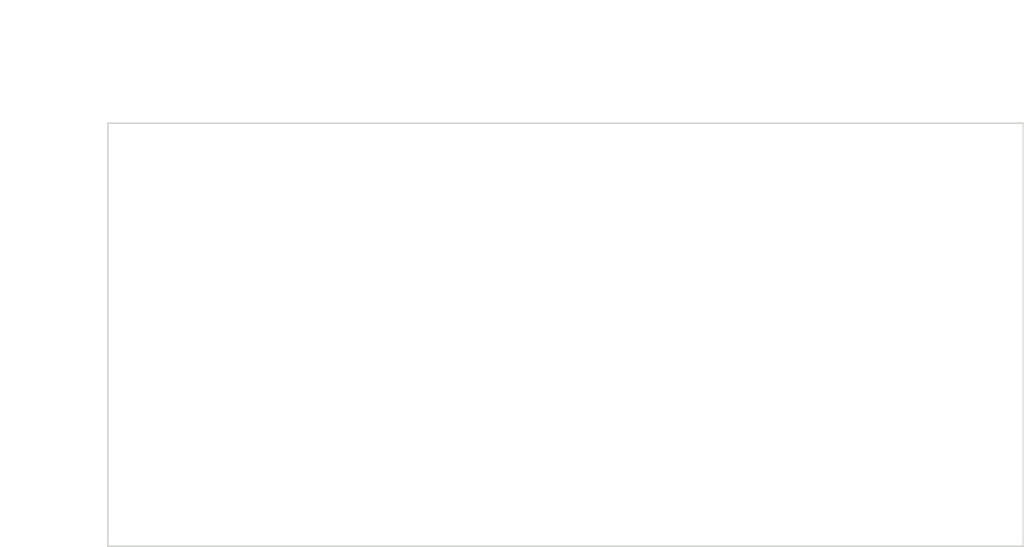
<source format=kicad_pcb>
(kicad_pcb (version 20221018) (generator pcbnew)

  (general
    (thickness 1.6)
  )

  (paper "A4")
  (layers
    (0 "F.Cu" signal)
    (31 "B.Cu" signal)
    (32 "B.Adhes" user "B.Adhesive")
    (33 "F.Adhes" user "F.Adhesive")
    (34 "B.Paste" user)
    (35 "F.Paste" user)
    (36 "B.SilkS" user "B.Silkscreen")
    (37 "F.SilkS" user "F.Silkscreen")
    (38 "B.Mask" user)
    (39 "F.Mask" user)
    (40 "Dwgs.User" user "User.Drawings")
    (41 "Cmts.User" user "User.Comments")
    (42 "Eco1.User" user "User.Eco1")
    (43 "Eco2.User" user "User.Eco2")
    (44 "Edge.Cuts" user)
    (45 "Margin" user)
    (46 "B.CrtYd" user "B.Courtyard")
    (47 "F.CrtYd" user "F.Courtyard")
    (48 "B.Fab" user)
    (49 "F.Fab" user)
  )

  (setup
    (pad_to_mask_clearance 0.051)
    (solder_mask_min_width 0.25)
    (pcbplotparams
      (layerselection 0x00010fc_ffffffff)
      (plot_on_all_layers_selection 0x0000000_00000000)
      (disableapertmacros false)
      (usegerberextensions false)
      (usegerberattributes false)
      (usegerberadvancedattributes false)
      (creategerberjobfile false)
      (dashed_line_dash_ratio 12.000000)
      (dashed_line_gap_ratio 3.000000)
      (svgprecision 4)
      (plotframeref false)
      (viasonmask false)
      (mode 1)
      (useauxorigin false)
      (hpglpennumber 1)
      (hpglpenspeed 20)
      (hpglpendiameter 15.000000)
      (dxfpolygonmode true)
      (dxfimperialunits true)
      (dxfusepcbnewfont true)
      (psnegative false)
      (psa4output false)
      (plotreference true)
      (plotvalue true)
      (plotinvisibletext false)
      (sketchpadsonfab false)
      (subtractmaskfromsilk false)
      (outputformat 1)
      (mirror false)
      (drillshape 1)
      (scaleselection 1)
      (outputdirectory "")
    )
  )

  (net 0 "")

  (gr_line (start 62.055 63.94) (end 49.879999 63.94)
    (stroke (width 0.2) (type solid)) (layer "Dwgs.User") (tstamp 06fd8965-6efb-4b3a-9c9a-24cc0c8b8d24))
  (gr_line (start 62.055 118.94) (end 49.879999 118.94)
    (stroke (width 0.2) (type solid)) (layer "Dwgs.User") (tstamp 40dbf194-dac1-43d4-8185-00322caddff8))
  (gr_line (start 65.055 51.202905) (end 117.849986 51.202905)
    (stroke (width 0.2) (type solid)) (layer "Dwgs.User") (tstamp 72bdf827-41f1-4d38-8f72-b6067af402ae))
  (gr_line (start 53.054999 116.94) (end 53.054999 94.997436)
    (stroke (width 0.2) (type solid)) (layer "Dwgs.User") (tstamp 93491030-d885-485b-af66-7674fc868839))
  (gr_line (start 180.055 51.202905) (end 127.260013 51.202905)
    (stroke (width 0.2) (type solid)) (layer "Dwgs.User") (tstamp 96c4449e-6c43-4562-b0d4-7759c95e85c9))
  (gr_line (start 63.055 62.94) (end 63.055 48.027905)
    (stroke (width 0.2) (type solid)) (layer "Dwgs.User") (tstamp cf21bdc7-b5e2-428f-a010-30926d2442ae))
  (gr_line (start 53.054999 65.940001) (end 53.054999 87.882565)
    (stroke (width 0.2) (type solid)) (layer "Dwgs.User") (tstamp ec3b720b-7f25-491e-8f2b-d5203aa7021f))
  (gr_line (start 182.055 62.94) (end 182.055 48.027905)
    (stroke (width 0.2) (type solid)) (layer "Dwgs.User") (tstamp f45d3a3d-263e-4e16-85ab-b9c5c34396f6))
  (gr_line (start 63.055 118.940001) (end 182.055 118.94)
    (stroke (width 0.2) (type solid)) (layer "Edge.Cuts") (tstamp 20889a83-7d8d-4634-a219-607da98f3e01))
  (gr_line (start 63.055 63.94) (end 63.055 118.940001)
    (stroke (width 0.2) (type solid)) (layer "Edge.Cuts") (tstamp 3eda423d-0dac-4d2f-850e-c33c7885b587))
  (gr_line (start 182.055 118.94) (end 182.055 63.94)
    (stroke (width 0.2) (type solid)) (layer "Edge.Cuts") (tstamp acd5015a-a154-4f85-836b-959fa0b9df1f))
  (gr_line (start 182.055 63.94) (end 63.055 63.94)
    (stroke (width 0.2) (type solid)) (layer "Edge.Cuts") (tstamp b820efbe-3993-4245-829f-1207ad899726))
  (gr_text "[2.17]" (at 53.054999 93.329462) (layer "Dwgs.User") (tstamp 64adedcb-f5ff-4f0c-b4ad-754aee85a796)
    (effects (font (size 1.7 1.53) (thickness 0.2125)))
  )
  (gr_text " 119.00" (at 122.555 49.534931) (layer "Dwgs.User") (tstamp 68b7d7ad-b2f3-4af8-8c7e-e6e509d60bf2)
    (effects (font (size 1.7 1.53) (thickness 0.2125)))
  )
  (gr_text "[4.69]" (at 122.555 53.092366) (layer "Dwgs.User") (tstamp 7ce1ca26-2cc0-4f00-b0f1-c16cdb4b660d)
    (effects (font (size 1.7 1.53) (thickness 0.2125)))
  )
  (gr_text " 55.00" (at 53.054999 89.772026) (layer "Dwgs.User") (tstamp 9d9779e1-b8ad-47f9-946a-a044dc933596)
    (effects (font (size 1.7 1.53) (thickness 0.2125)))
  )

)

</source>
